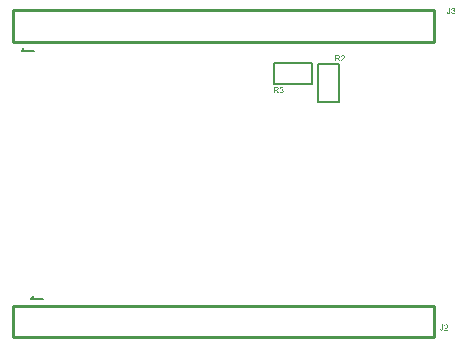
<source format=gbo>
G04*
G04 #@! TF.GenerationSoftware,Altium Limited,Altium Designer,24.5.2 (23)*
G04*
G04 Layer_Color=32896*
%FSLAX44Y44*%
%MOMM*%
G71*
G04*
G04 #@! TF.SameCoordinates,52CA54B2-E9F7-45E4-B012-8A7E883E60BD*
G04*
G04*
G04 #@! TF.FilePolarity,Positive*
G04*
G01*
G75*
%ADD10C,0.2540*%
%ADD11C,0.2000*%
%ADD12C,0.1500*%
G36*
X413563Y223641D02*
X413660Y223626D01*
X413780Y223604D01*
X413915Y223566D01*
X414050Y223521D01*
X414184Y223461D01*
X414192D01*
X414199Y223454D01*
X414244Y223431D01*
X414312Y223386D01*
X414387Y223334D01*
X414477Y223259D01*
X414567Y223177D01*
X414657Y223079D01*
X414731Y222967D01*
X414739Y222952D01*
X414762Y222915D01*
X414791Y222847D01*
X414829Y222765D01*
X414866Y222667D01*
X414896Y222555D01*
X414919Y222427D01*
X414926Y222300D01*
Y222285D01*
Y222240D01*
X414919Y222180D01*
X414904Y222098D01*
X414881Y222000D01*
X414844Y221895D01*
X414799Y221791D01*
X414739Y221686D01*
X414731Y221671D01*
X414709Y221641D01*
X414664Y221588D01*
X414604Y221528D01*
X414529Y221461D01*
X414439Y221386D01*
X414334Y221318D01*
X414207Y221251D01*
X414215D01*
X414230Y221243D01*
X414252Y221236D01*
X414282Y221229D01*
X414364Y221199D01*
X414469Y221154D01*
X414589Y221094D01*
X414709Y221019D01*
X414821Y220921D01*
X414926Y220809D01*
X414934Y220794D01*
X414964Y220749D01*
X415009Y220674D01*
X415054Y220577D01*
X415099Y220457D01*
X415144Y220314D01*
X415174Y220149D01*
X415181Y219970D01*
Y219962D01*
Y219940D01*
Y219902D01*
X415174Y219857D01*
X415166Y219797D01*
X415151Y219730D01*
X415136Y219655D01*
X415121Y219573D01*
X415061Y219393D01*
X415016Y219295D01*
X414971Y219205D01*
X414911Y219108D01*
X414844Y219011D01*
X414769Y218913D01*
X414679Y218823D01*
X414672Y218816D01*
X414657Y218801D01*
X414627Y218778D01*
X414589Y218748D01*
X414544Y218711D01*
X414484Y218673D01*
X414417Y218629D01*
X414334Y218591D01*
X414252Y218546D01*
X414155Y218501D01*
X414057Y218464D01*
X413945Y218426D01*
X413825Y218396D01*
X413698Y218374D01*
X413570Y218359D01*
X413428Y218351D01*
X413360D01*
X413315Y218359D01*
X413255Y218366D01*
X413188Y218374D01*
X413113Y218389D01*
X413031Y218404D01*
X412851Y218449D01*
X412663Y218524D01*
X412566Y218568D01*
X412476Y218621D01*
X412386Y218688D01*
X412296Y218756D01*
X412289Y218763D01*
X412274Y218778D01*
X412251Y218801D01*
X412229Y218831D01*
X412191Y218868D01*
X412154Y218921D01*
X412109Y218973D01*
X412064Y219041D01*
X412019Y219116D01*
X411974Y219190D01*
X411892Y219370D01*
X411824Y219580D01*
X411802Y219692D01*
X411787Y219812D01*
X412424Y219895D01*
Y219887D01*
X412431Y219872D01*
X412439Y219842D01*
X412446Y219805D01*
X412454Y219760D01*
X412469Y219708D01*
X412506Y219595D01*
X412559Y219460D01*
X412626Y219333D01*
X412701Y219213D01*
X412791Y219108D01*
X412806Y219100D01*
X412836Y219071D01*
X412896Y219033D01*
X412971Y218996D01*
X413061Y218951D01*
X413173Y218913D01*
X413300Y218883D01*
X413435Y218876D01*
X413480D01*
X413510Y218883D01*
X413593Y218891D01*
X413698Y218913D01*
X413817Y218951D01*
X413945Y219003D01*
X414072Y219078D01*
X414192Y219183D01*
X414207Y219198D01*
X414244Y219243D01*
X414289Y219310D01*
X414349Y219400D01*
X414409Y219513D01*
X414454Y219640D01*
X414492Y219790D01*
X414507Y219955D01*
Y219962D01*
Y219977D01*
Y220000D01*
X414499Y220030D01*
X414492Y220112D01*
X414469Y220210D01*
X414439Y220329D01*
X414387Y220449D01*
X414312Y220569D01*
X414215Y220681D01*
X414199Y220697D01*
X414162Y220727D01*
X414102Y220772D01*
X414020Y220824D01*
X413915Y220876D01*
X413787Y220921D01*
X413645Y220951D01*
X413488Y220966D01*
X413420D01*
X413368Y220959D01*
X413300Y220951D01*
X413225Y220936D01*
X413135Y220921D01*
X413038Y220899D01*
X413113Y221461D01*
X413150D01*
X413181Y221453D01*
X413278D01*
X413360Y221468D01*
X413458Y221483D01*
X413570Y221506D01*
X413698Y221543D01*
X413817Y221596D01*
X413945Y221663D01*
X413952D01*
X413960Y221671D01*
X413997Y221701D01*
X414050Y221753D01*
X414110Y221821D01*
X414170Y221918D01*
X414222Y222030D01*
X414259Y222158D01*
X414274Y222233D01*
Y222315D01*
Y222323D01*
Y222330D01*
Y222375D01*
X414259Y222435D01*
X414244Y222517D01*
X414215Y222607D01*
X414177Y222705D01*
X414117Y222802D01*
X414035Y222892D01*
X414027Y222899D01*
X413990Y222929D01*
X413937Y222967D01*
X413870Y223012D01*
X413780Y223049D01*
X413675Y223087D01*
X413555Y223117D01*
X413420Y223124D01*
X413360D01*
X413293Y223109D01*
X413203Y223094D01*
X413106Y223064D01*
X413008Y223027D01*
X412903Y222967D01*
X412806Y222892D01*
X412798Y222885D01*
X412768Y222847D01*
X412723Y222795D01*
X412671Y222720D01*
X412618Y222622D01*
X412566Y222502D01*
X412521Y222360D01*
X412491Y222195D01*
X411854Y222307D01*
Y222315D01*
X411862Y222337D01*
X411869Y222367D01*
X411877Y222412D01*
X411892Y222465D01*
X411914Y222525D01*
X411959Y222667D01*
X412034Y222832D01*
X412124Y222997D01*
X412236Y223154D01*
X412379Y223297D01*
X412386Y223304D01*
X412401Y223312D01*
X412424Y223327D01*
X412454Y223349D01*
X412491Y223379D01*
X412543Y223409D01*
X412596Y223439D01*
X412663Y223476D01*
X412813Y223536D01*
X412986Y223596D01*
X413188Y223634D01*
X413293Y223649D01*
X413480D01*
X413563Y223641D01*
D02*
G37*
G36*
X409284Y223619D02*
X409352D01*
X409509Y223611D01*
X409674Y223589D01*
X409854Y223566D01*
X410018Y223529D01*
X410101Y223506D01*
X410168Y223484D01*
X410176D01*
X410183Y223476D01*
X410228Y223454D01*
X410296Y223424D01*
X410378Y223372D01*
X410468Y223304D01*
X410565Y223214D01*
X410655Y223109D01*
X410745Y222989D01*
Y222982D01*
X410753Y222974D01*
X410783Y222929D01*
X410813Y222854D01*
X410858Y222757D01*
X410895Y222645D01*
X410933Y222510D01*
X410955Y222367D01*
X410962Y222210D01*
Y222203D01*
Y222188D01*
Y222158D01*
X410955Y222120D01*
Y222068D01*
X410947Y222015D01*
X410918Y221888D01*
X410873Y221738D01*
X410813Y221581D01*
X410723Y221423D01*
X410663Y221348D01*
X410603Y221273D01*
X410595Y221266D01*
X410588Y221259D01*
X410565Y221236D01*
X410535Y221214D01*
X410498Y221184D01*
X410453Y221154D01*
X410393Y221116D01*
X410333Y221071D01*
X410258Y221034D01*
X410176Y220996D01*
X410086Y220951D01*
X409988Y220914D01*
X409876Y220884D01*
X409764Y220846D01*
X409636Y220824D01*
X409501Y220801D01*
X409516Y220794D01*
X409546Y220779D01*
X409591Y220749D01*
X409651Y220719D01*
X409786Y220637D01*
X409854Y220584D01*
X409913Y220539D01*
X409929Y220524D01*
X409966Y220487D01*
X410026Y220427D01*
X410101Y220352D01*
X410183Y220247D01*
X410281Y220135D01*
X410378Y220000D01*
X410483Y219850D01*
X411375Y218441D01*
X410520D01*
X409839Y219520D01*
Y219528D01*
X409824Y219543D01*
X409809Y219565D01*
X409786Y219595D01*
X409734Y219678D01*
X409666Y219782D01*
X409584Y219895D01*
X409501Y220015D01*
X409419Y220127D01*
X409344Y220232D01*
X409337Y220240D01*
X409314Y220269D01*
X409277Y220314D01*
X409224Y220367D01*
X409112Y220479D01*
X409052Y220532D01*
X408992Y220577D01*
X408984Y220584D01*
X408969Y220592D01*
X408939Y220607D01*
X408895Y220629D01*
X408849Y220652D01*
X408797Y220674D01*
X408677Y220711D01*
X408670D01*
X408655Y220719D01*
X408625D01*
X408587Y220727D01*
X408535Y220734D01*
X408475D01*
X408392Y220742D01*
X407508D01*
Y218441D01*
X406819D01*
Y223626D01*
X409224D01*
X409284Y223619D01*
D02*
G37*
G36*
X465649Y250596D02*
X465709Y250589D01*
X465784Y250581D01*
X465866Y250566D01*
X465948Y250551D01*
X466143Y250499D01*
X466338Y250424D01*
X466436Y250379D01*
X466533Y250327D01*
X466623Y250259D01*
X466705Y250184D01*
X466713Y250177D01*
X466728Y250169D01*
X466743Y250139D01*
X466773Y250109D01*
X466810Y250072D01*
X466848Y250019D01*
X466885Y249967D01*
X466930Y249900D01*
X467005Y249757D01*
X467080Y249577D01*
X467110Y249487D01*
X467125Y249382D01*
X467140Y249278D01*
X467147Y249165D01*
Y249150D01*
Y249113D01*
X467140Y249053D01*
X467132Y248970D01*
X467117Y248881D01*
X467087Y248776D01*
X467057Y248663D01*
X467012Y248551D01*
X467005Y248536D01*
X466990Y248498D01*
X466960Y248438D01*
X466915Y248356D01*
X466855Y248266D01*
X466780Y248154D01*
X466690Y248041D01*
X466585Y247914D01*
X466570Y247899D01*
X466533Y247854D01*
X466496Y247816D01*
X466458Y247779D01*
X466413Y247734D01*
X466353Y247674D01*
X466293Y247614D01*
X466218Y247547D01*
X466143Y247472D01*
X466053Y247389D01*
X465956Y247307D01*
X465851Y247209D01*
X465731Y247112D01*
X465611Y247007D01*
X465604Y247000D01*
X465589Y246985D01*
X465559Y246962D01*
X465521Y246932D01*
X465476Y246887D01*
X465424Y246842D01*
X465304Y246745D01*
X465177Y246633D01*
X465057Y246520D01*
X464952Y246423D01*
X464907Y246385D01*
X464869Y246348D01*
X464862Y246340D01*
X464840Y246318D01*
X464810Y246288D01*
X464772Y246243D01*
X464735Y246190D01*
X464690Y246138D01*
X464600Y246011D01*
X467155D01*
Y245396D01*
X463716D01*
Y245404D01*
Y245434D01*
Y245479D01*
X463723Y245539D01*
X463731Y245606D01*
X463746Y245681D01*
X463760Y245756D01*
X463791Y245838D01*
Y245846D01*
X463798Y245853D01*
X463813Y245898D01*
X463843Y245966D01*
X463888Y246056D01*
X463948Y246161D01*
X464023Y246280D01*
X464105Y246400D01*
X464210Y246528D01*
Y246535D01*
X464225Y246543D01*
X464263Y246588D01*
X464330Y246655D01*
X464427Y246752D01*
X464540Y246865D01*
X464682Y247000D01*
X464855Y247150D01*
X465042Y247307D01*
X465049Y247314D01*
X465079Y247337D01*
X465124Y247374D01*
X465177Y247419D01*
X465244Y247479D01*
X465327Y247547D01*
X465409Y247622D01*
X465506Y247704D01*
X465694Y247884D01*
X465881Y248064D01*
X465971Y248154D01*
X466053Y248244D01*
X466128Y248326D01*
X466188Y248408D01*
Y248416D01*
X466203Y248423D01*
X466218Y248446D01*
X466233Y248476D01*
X466286Y248558D01*
X466346Y248656D01*
X466398Y248776D01*
X466451Y248903D01*
X466480Y249045D01*
X466496Y249180D01*
Y249188D01*
Y249195D01*
X466488Y249240D01*
X466480Y249315D01*
X466458Y249398D01*
X466428Y249502D01*
X466376Y249607D01*
X466308Y249712D01*
X466218Y249817D01*
X466203Y249832D01*
X466166Y249862D01*
X466113Y249900D01*
X466031Y249952D01*
X465926Y249997D01*
X465806Y250042D01*
X465664Y250072D01*
X465506Y250079D01*
X465462D01*
X465432Y250072D01*
X465342Y250064D01*
X465237Y250042D01*
X465124Y250012D01*
X464997Y249959D01*
X464877Y249892D01*
X464765Y249802D01*
X464750Y249787D01*
X464720Y249750D01*
X464675Y249690D01*
X464630Y249600D01*
X464577Y249495D01*
X464532Y249360D01*
X464502Y249210D01*
X464487Y249038D01*
X463835Y249105D01*
Y249113D01*
X463843Y249135D01*
Y249173D01*
X463851Y249225D01*
X463865Y249285D01*
X463880Y249352D01*
X463903Y249435D01*
X463925Y249517D01*
X463985Y249697D01*
X464075Y249877D01*
X464128Y249967D01*
X464195Y250057D01*
X464263Y250139D01*
X464338Y250214D01*
X464345Y250222D01*
X464360Y250229D01*
X464383Y250252D01*
X464420Y250274D01*
X464465Y250304D01*
X464517Y250334D01*
X464577Y250372D01*
X464652Y250409D01*
X464735Y250446D01*
X464824Y250484D01*
X464922Y250514D01*
X465027Y250544D01*
X465139Y250566D01*
X465259Y250589D01*
X465387Y250596D01*
X465521Y250604D01*
X465596D01*
X465649Y250596D01*
D02*
G37*
G36*
X461310Y250574D02*
X461378D01*
X461535Y250566D01*
X461700Y250544D01*
X461880Y250521D01*
X462045Y250484D01*
X462127Y250462D01*
X462195Y250439D01*
X462202D01*
X462210Y250431D01*
X462254Y250409D01*
X462322Y250379D01*
X462404Y250327D01*
X462494Y250259D01*
X462592Y250169D01*
X462682Y250064D01*
X462771Y249944D01*
Y249937D01*
X462779Y249930D01*
X462809Y249884D01*
X462839Y249810D01*
X462884Y249712D01*
X462921Y249600D01*
X462959Y249465D01*
X462981Y249322D01*
X462989Y249165D01*
Y249158D01*
Y249143D01*
Y249113D01*
X462981Y249075D01*
Y249023D01*
X462974Y248970D01*
X462944Y248843D01*
X462899Y248693D01*
X462839Y248536D01*
X462749Y248378D01*
X462689Y248304D01*
X462629Y248229D01*
X462622Y248221D01*
X462614Y248214D01*
X462592Y248191D01*
X462562Y248169D01*
X462524Y248139D01*
X462479Y248109D01*
X462419Y248071D01*
X462359Y248026D01*
X462284Y247989D01*
X462202Y247951D01*
X462112Y247906D01*
X462015Y247869D01*
X461902Y247839D01*
X461790Y247801D01*
X461662Y247779D01*
X461528Y247757D01*
X461543Y247749D01*
X461573Y247734D01*
X461618Y247704D01*
X461678Y247674D01*
X461812Y247592D01*
X461880Y247539D01*
X461940Y247494D01*
X461955Y247479D01*
X461992Y247442D01*
X462052Y247382D01*
X462127Y247307D01*
X462210Y247202D01*
X462307Y247090D01*
X462404Y246955D01*
X462509Y246805D01*
X463401Y245396D01*
X462547D01*
X461865Y246475D01*
Y246483D01*
X461850Y246498D01*
X461835Y246520D01*
X461812Y246550D01*
X461760Y246633D01*
X461693Y246737D01*
X461610Y246850D01*
X461528Y246970D01*
X461445Y247082D01*
X461370Y247187D01*
X461363Y247194D01*
X461340Y247225D01*
X461303Y247269D01*
X461250Y247322D01*
X461138Y247434D01*
X461078Y247487D01*
X461018Y247532D01*
X461011Y247539D01*
X460996Y247547D01*
X460966Y247562D01*
X460921Y247584D01*
X460876Y247607D01*
X460823Y247629D01*
X460703Y247667D01*
X460696D01*
X460681Y247674D01*
X460651D01*
X460614Y247682D01*
X460561Y247689D01*
X460501D01*
X460419Y247697D01*
X459534D01*
Y245396D01*
X458845D01*
Y250581D01*
X461250D01*
X461310Y250574D01*
D02*
G37*
G36*
X558941Y290641D02*
X559038Y290626D01*
X559158Y290604D01*
X559293Y290566D01*
X559428Y290521D01*
X559563Y290462D01*
X559570D01*
X559578Y290454D01*
X559623Y290431D01*
X559690Y290387D01*
X559765Y290334D01*
X559855Y290259D01*
X559945Y290177D01*
X560035Y290079D01*
X560110Y289967D01*
X560117Y289952D01*
X560140Y289914D01*
X560169Y289847D01*
X560207Y289765D01*
X560244Y289667D01*
X560274Y289555D01*
X560297Y289427D01*
X560304Y289300D01*
Y289285D01*
Y289240D01*
X560297Y289180D01*
X560282Y289098D01*
X560260Y289000D01*
X560222Y288895D01*
X560177Y288790D01*
X560117Y288686D01*
X560110Y288671D01*
X560087Y288641D01*
X560042Y288588D01*
X559982Y288528D01*
X559907Y288461D01*
X559817Y288386D01*
X559712Y288319D01*
X559585Y288251D01*
X559593D01*
X559608Y288244D01*
X559630Y288236D01*
X559660Y288229D01*
X559742Y288199D01*
X559847Y288154D01*
X559967Y288094D01*
X560087Y288019D01*
X560200Y287921D01*
X560304Y287809D01*
X560312Y287794D01*
X560342Y287749D01*
X560387Y287674D01*
X560432Y287577D01*
X560477Y287457D01*
X560522Y287314D01*
X560552Y287150D01*
X560559Y286970D01*
Y286962D01*
Y286940D01*
Y286902D01*
X560552Y286857D01*
X560544Y286797D01*
X560529Y286730D01*
X560514Y286655D01*
X560499Y286573D01*
X560439Y286393D01*
X560394Y286295D01*
X560349Y286205D01*
X560289Y286108D01*
X560222Y286011D01*
X560147Y285913D01*
X560057Y285823D01*
X560050Y285816D01*
X560035Y285801D01*
X560005Y285778D01*
X559967Y285748D01*
X559922Y285711D01*
X559862Y285673D01*
X559795Y285629D01*
X559712Y285591D01*
X559630Y285546D01*
X559533Y285501D01*
X559435Y285464D01*
X559323Y285426D01*
X559203Y285396D01*
X559076Y285374D01*
X558948Y285359D01*
X558806Y285351D01*
X558738D01*
X558693Y285359D01*
X558633Y285366D01*
X558566Y285374D01*
X558491Y285389D01*
X558409Y285404D01*
X558229Y285449D01*
X558041Y285524D01*
X557944Y285569D01*
X557854Y285621D01*
X557764Y285688D01*
X557674Y285756D01*
X557667Y285763D01*
X557652Y285778D01*
X557629Y285801D01*
X557607Y285831D01*
X557570Y285868D01*
X557532Y285921D01*
X557487Y285973D01*
X557442Y286041D01*
X557397Y286115D01*
X557352Y286190D01*
X557270Y286370D01*
X557202Y286580D01*
X557180Y286693D01*
X557165Y286812D01*
X557802Y286895D01*
Y286887D01*
X557809Y286872D01*
X557817Y286842D01*
X557824Y286805D01*
X557832Y286760D01*
X557847Y286707D01*
X557884Y286595D01*
X557937Y286460D01*
X558004Y286333D01*
X558079Y286213D01*
X558169Y286108D01*
X558184Y286101D01*
X558214Y286071D01*
X558274Y286033D01*
X558349Y285996D01*
X558439Y285951D01*
X558551Y285913D01*
X558678Y285883D01*
X558813Y285876D01*
X558858D01*
X558888Y285883D01*
X558971Y285891D01*
X559076Y285913D01*
X559196Y285951D01*
X559323Y286003D01*
X559450Y286078D01*
X559570Y286183D01*
X559585Y286198D01*
X559623Y286243D01*
X559668Y286310D01*
X559728Y286400D01*
X559787Y286513D01*
X559832Y286640D01*
X559870Y286790D01*
X559885Y286955D01*
Y286962D01*
Y286977D01*
Y287000D01*
X559877Y287030D01*
X559870Y287112D01*
X559847Y287209D01*
X559817Y287329D01*
X559765Y287449D01*
X559690Y287569D01*
X559593Y287682D01*
X559578Y287697D01*
X559540Y287726D01*
X559480Y287771D01*
X559398Y287824D01*
X559293Y287876D01*
X559165Y287921D01*
X559023Y287951D01*
X558866Y287966D01*
X558798D01*
X558746Y287959D01*
X558678Y287951D01*
X558604Y287936D01*
X558514Y287921D01*
X558416Y287899D01*
X558491Y288461D01*
X558529D01*
X558559Y288453D01*
X558656D01*
X558738Y288468D01*
X558836Y288483D01*
X558948Y288506D01*
X559076Y288543D01*
X559196Y288596D01*
X559323Y288663D01*
X559330D01*
X559338Y288671D01*
X559375Y288701D01*
X559428Y288753D01*
X559488Y288820D01*
X559548Y288918D01*
X559600Y289030D01*
X559637Y289158D01*
X559652Y289233D01*
Y289315D01*
Y289322D01*
Y289330D01*
Y289375D01*
X559637Y289435D01*
X559623Y289517D01*
X559593Y289607D01*
X559555Y289705D01*
X559495Y289802D01*
X559413Y289892D01*
X559405Y289900D01*
X559368Y289930D01*
X559315Y289967D01*
X559248Y290012D01*
X559158Y290049D01*
X559053Y290087D01*
X558933Y290117D01*
X558798Y290124D01*
X558738D01*
X558671Y290109D01*
X558581Y290094D01*
X558484Y290064D01*
X558386Y290027D01*
X558281Y289967D01*
X558184Y289892D01*
X558176Y289884D01*
X558146Y289847D01*
X558102Y289795D01*
X558049Y289720D01*
X557997Y289622D01*
X557944Y289502D01*
X557899Y289360D01*
X557869Y289195D01*
X557232Y289307D01*
Y289315D01*
X557240Y289338D01*
X557247Y289368D01*
X557255Y289412D01*
X557270Y289465D01*
X557292Y289525D01*
X557337Y289667D01*
X557412Y289832D01*
X557502Y289997D01*
X557614Y290154D01*
X557757Y290297D01*
X557764Y290304D01*
X557779Y290312D01*
X557802Y290327D01*
X557832Y290349D01*
X557869Y290379D01*
X557922Y290409D01*
X557974Y290439D01*
X558041Y290476D01*
X558191Y290536D01*
X558364Y290596D01*
X558566Y290634D01*
X558671Y290649D01*
X558858D01*
X558941Y290641D01*
D02*
G37*
G36*
X556296Y287090D02*
Y287082D01*
Y287060D01*
Y287030D01*
Y286985D01*
X556288Y286925D01*
Y286865D01*
X556273Y286723D01*
X556258Y286558D01*
X556228Y286385D01*
X556183Y286228D01*
X556131Y286078D01*
Y286071D01*
X556123Y286063D01*
X556101Y286018D01*
X556063Y285958D01*
X556011Y285876D01*
X555936Y285793D01*
X555854Y285703D01*
X555749Y285613D01*
X555629Y285539D01*
X555614Y285531D01*
X555569Y285509D01*
X555501Y285479D01*
X555404Y285449D01*
X555284Y285411D01*
X555149Y285381D01*
X554999Y285359D01*
X554835Y285351D01*
X554767D01*
X554722Y285359D01*
X554662Y285366D01*
X554602Y285374D01*
X554445Y285404D01*
X554280Y285449D01*
X554108Y285516D01*
X554018Y285561D01*
X553935Y285613D01*
X553860Y285673D01*
X553786Y285741D01*
X553778Y285748D01*
X553770Y285756D01*
X553755Y285786D01*
X553733Y285816D01*
X553703Y285853D01*
X553673Y285906D01*
X553643Y285966D01*
X553606Y286033D01*
X553576Y286108D01*
X553546Y286198D01*
X553516Y286288D01*
X553486Y286393D01*
X553471Y286505D01*
X553448Y286632D01*
X553441Y286760D01*
Y286902D01*
X554063Y286992D01*
Y286985D01*
Y286970D01*
Y286940D01*
X554070Y286895D01*
X554078Y286850D01*
Y286797D01*
X554100Y286670D01*
X554123Y286535D01*
X554168Y286400D01*
X554213Y286280D01*
X554243Y286228D01*
X554280Y286183D01*
X554287Y286175D01*
X554318Y286153D01*
X554362Y286115D01*
X554422Y286078D01*
X554505Y286033D01*
X554595Y286003D01*
X554707Y285973D01*
X554827Y285966D01*
X554872D01*
X554917Y285973D01*
X554984Y285981D01*
X555052Y285996D01*
X555127Y286011D01*
X555202Y286041D01*
X555277Y286078D01*
X555284Y286086D01*
X555307Y286101D01*
X555337Y286131D01*
X555382Y286161D01*
X555419Y286213D01*
X555464Y286265D01*
X555501Y286325D01*
X555531Y286400D01*
Y286408D01*
X555546Y286438D01*
X555554Y286490D01*
X555569Y286558D01*
X555584Y286647D01*
X555591Y286760D01*
X555606Y286895D01*
Y287052D01*
Y290626D01*
X556296D01*
Y287090D01*
D02*
G37*
G36*
X550322Y19090D02*
Y19082D01*
Y19060D01*
Y19030D01*
Y18985D01*
X550314Y18925D01*
Y18865D01*
X550299Y18722D01*
X550284Y18558D01*
X550254Y18385D01*
X550210Y18228D01*
X550157Y18078D01*
Y18071D01*
X550149Y18063D01*
X550127Y18018D01*
X550090Y17958D01*
X550037Y17876D01*
X549962Y17793D01*
X549880Y17703D01*
X549775Y17614D01*
X549655Y17539D01*
X549640Y17531D01*
X549595Y17509D01*
X549528Y17479D01*
X549430Y17449D01*
X549310Y17411D01*
X549175Y17381D01*
X549026Y17359D01*
X548861Y17351D01*
X548793D01*
X548748Y17359D01*
X548688Y17366D01*
X548629Y17374D01*
X548471Y17404D01*
X548306Y17449D01*
X548134Y17516D01*
X548044Y17561D01*
X547962Y17614D01*
X547887Y17673D01*
X547812Y17741D01*
X547804Y17748D01*
X547797Y17756D01*
X547782Y17786D01*
X547759Y17816D01*
X547729Y17853D01*
X547699Y17906D01*
X547669Y17966D01*
X547632Y18033D01*
X547602Y18108D01*
X547572Y18198D01*
X547542Y18288D01*
X547512Y18393D01*
X547497Y18505D01*
X547475Y18633D01*
X547467Y18760D01*
Y18902D01*
X548089Y18992D01*
Y18985D01*
Y18970D01*
Y18940D01*
X548097Y18895D01*
X548104Y18850D01*
Y18797D01*
X548126Y18670D01*
X548149Y18535D01*
X548194Y18400D01*
X548239Y18280D01*
X548269Y18228D01*
X548306Y18183D01*
X548314Y18175D01*
X548344Y18153D01*
X548389Y18116D01*
X548449Y18078D01*
X548531Y18033D01*
X548621Y18003D01*
X548733Y17973D01*
X548853Y17966D01*
X548898D01*
X548943Y17973D01*
X549011Y17981D01*
X549078Y17996D01*
X549153Y18011D01*
X549228Y18041D01*
X549303Y18078D01*
X549310Y18086D01*
X549333Y18101D01*
X549363Y18131D01*
X549408Y18161D01*
X549445Y18213D01*
X549490Y18265D01*
X549528Y18325D01*
X549558Y18400D01*
Y18408D01*
X549573Y18438D01*
X549580Y18490D01*
X549595Y18558D01*
X549610Y18648D01*
X549618Y18760D01*
X549632Y18895D01*
Y19052D01*
Y22626D01*
X550322D01*
Y19090D01*
D02*
G37*
G36*
X553027Y22641D02*
X553087Y22634D01*
X553162Y22626D01*
X553244Y22611D01*
X553327Y22596D01*
X553521Y22544D01*
X553716Y22469D01*
X553814Y22424D01*
X553911Y22372D01*
X554001Y22304D01*
X554083Y22229D01*
X554091Y22222D01*
X554106Y22214D01*
X554121Y22184D01*
X554151Y22154D01*
X554188Y22117D01*
X554226Y22064D01*
X554263Y22012D01*
X554308Y21944D01*
X554383Y21802D01*
X554458Y21622D01*
X554488Y21532D01*
X554503Y21427D01*
X554518Y21323D01*
X554525Y21210D01*
Y21195D01*
Y21158D01*
X554518Y21098D01*
X554510Y21015D01*
X554496Y20925D01*
X554465Y20821D01*
X554436Y20708D01*
X554391Y20596D01*
X554383Y20581D01*
X554368Y20543D01*
X554338Y20483D01*
X554293Y20401D01*
X554233Y20311D01*
X554158Y20199D01*
X554068Y20086D01*
X553964Y19959D01*
X553949Y19944D01*
X553911Y19899D01*
X553874Y19861D01*
X553836Y19824D01*
X553791Y19779D01*
X553731Y19719D01*
X553671Y19659D01*
X553596Y19592D01*
X553521Y19517D01*
X553432Y19434D01*
X553334Y19352D01*
X553229Y19254D01*
X553109Y19157D01*
X552989Y19052D01*
X552982Y19045D01*
X552967Y19030D01*
X552937Y19007D01*
X552900Y18977D01*
X552854Y18932D01*
X552802Y18887D01*
X552682Y18790D01*
X552555Y18678D01*
X552435Y18565D01*
X552330Y18468D01*
X552285Y18430D01*
X552248Y18393D01*
X552240Y18385D01*
X552218Y18363D01*
X552188Y18333D01*
X552150Y18288D01*
X552113Y18235D01*
X552068Y18183D01*
X551978Y18056D01*
X554533D01*
Y17441D01*
X551094D01*
Y17449D01*
Y17479D01*
Y17524D01*
X551101Y17584D01*
X551109Y17651D01*
X551124Y17726D01*
X551139Y17801D01*
X551169Y17883D01*
Y17891D01*
X551176Y17898D01*
X551191Y17943D01*
X551221Y18011D01*
X551266Y18101D01*
X551326Y18205D01*
X551401Y18325D01*
X551483Y18445D01*
X551588Y18573D01*
Y18580D01*
X551603Y18588D01*
X551641Y18633D01*
X551708Y18700D01*
X551805Y18797D01*
X551918Y18910D01*
X552060Y19045D01*
X552233Y19195D01*
X552420Y19352D01*
X552427Y19359D01*
X552457Y19382D01*
X552502Y19419D01*
X552555Y19464D01*
X552622Y19524D01*
X552705Y19592D01*
X552787Y19667D01*
X552884Y19749D01*
X553072Y19929D01*
X553259Y20109D01*
X553349Y20199D01*
X553432Y20289D01*
X553506Y20371D01*
X553566Y20453D01*
Y20461D01*
X553581Y20468D01*
X553596Y20491D01*
X553611Y20521D01*
X553664Y20603D01*
X553724Y20701D01*
X553776Y20821D01*
X553829Y20948D01*
X553859Y21090D01*
X553874Y21225D01*
Y21233D01*
Y21240D01*
X553866Y21285D01*
X553859Y21360D01*
X553836Y21442D01*
X553806Y21547D01*
X553754Y21652D01*
X553686Y21757D01*
X553596Y21862D01*
X553581Y21877D01*
X553544Y21907D01*
X553491Y21944D01*
X553409Y21997D01*
X553304Y22042D01*
X553184Y22087D01*
X553042Y22117D01*
X552884Y22124D01*
X552840D01*
X552810Y22117D01*
X552720Y22109D01*
X552615Y22087D01*
X552502Y22057D01*
X552375Y22004D01*
X552255Y21937D01*
X552143Y21847D01*
X552128Y21832D01*
X552098Y21795D01*
X552053Y21735D01*
X552008Y21645D01*
X551955Y21540D01*
X551910Y21405D01*
X551880Y21255D01*
X551865Y21083D01*
X551214Y21150D01*
Y21158D01*
X551221Y21180D01*
Y21218D01*
X551228Y21270D01*
X551244Y21330D01*
X551259Y21398D01*
X551281Y21480D01*
X551303Y21562D01*
X551363Y21742D01*
X551453Y21922D01*
X551506Y22012D01*
X551573Y22102D01*
X551641Y22184D01*
X551716Y22259D01*
X551723Y22267D01*
X551738Y22274D01*
X551760Y22297D01*
X551798Y22319D01*
X551843Y22349D01*
X551895Y22379D01*
X551955Y22417D01*
X552030Y22454D01*
X552113Y22491D01*
X552203Y22529D01*
X552300Y22559D01*
X552405Y22589D01*
X552517Y22611D01*
X552637Y22634D01*
X552765Y22641D01*
X552900Y22649D01*
X552974D01*
X553027Y22641D01*
D02*
G37*
%LPC*%
G36*
X409142Y223049D02*
X407508D01*
Y221333D01*
X409052D01*
X409142Y221341D01*
X409247Y221348D01*
X409366Y221356D01*
X409486Y221371D01*
X409606Y221393D01*
X409711Y221423D01*
X409726Y221431D01*
X409756Y221446D01*
X409801Y221468D01*
X409861Y221498D01*
X409929Y221543D01*
X409996Y221596D01*
X410063Y221663D01*
X410116Y221738D01*
X410123Y221746D01*
X410138Y221775D01*
X410161Y221821D01*
X410191Y221880D01*
X410213Y221948D01*
X410236Y222023D01*
X410251Y222113D01*
X410258Y222203D01*
Y222210D01*
Y222218D01*
X410251Y222263D01*
X410243Y222330D01*
X410228Y222420D01*
X410191Y222510D01*
X410146Y222615D01*
X410078Y222712D01*
X409988Y222810D01*
X409973Y222817D01*
X409936Y222847D01*
X409876Y222885D01*
X409779Y222929D01*
X409666Y222974D01*
X409516Y223012D01*
X409344Y223042D01*
X409142Y223049D01*
D02*
G37*
G36*
X461168Y250004D02*
X459534D01*
Y248288D01*
X461078D01*
X461168Y248296D01*
X461273Y248304D01*
X461393Y248311D01*
X461513Y248326D01*
X461632Y248348D01*
X461737Y248378D01*
X461752Y248386D01*
X461782Y248401D01*
X461827Y248423D01*
X461887Y248453D01*
X461955Y248498D01*
X462022Y248551D01*
X462090Y248618D01*
X462142Y248693D01*
X462150Y248701D01*
X462164Y248731D01*
X462187Y248776D01*
X462217Y248836D01*
X462239Y248903D01*
X462262Y248978D01*
X462277Y249068D01*
X462284Y249158D01*
Y249165D01*
Y249173D01*
X462277Y249218D01*
X462269Y249285D01*
X462254Y249375D01*
X462217Y249465D01*
X462172Y249570D01*
X462105Y249667D01*
X462015Y249765D01*
X462000Y249772D01*
X461962Y249802D01*
X461902Y249840D01*
X461805Y249884D01*
X461693Y249930D01*
X461543Y249967D01*
X461370Y249997D01*
X461168Y250004D01*
D02*
G37*
%LPD*%
D10*
X185738Y288462D02*
X542608D01*
Y261792D02*
Y288462D01*
X185738Y261792D02*
X542608D01*
X185738D02*
Y288462D01*
Y38462D02*
X542608D01*
Y11792D02*
Y38462D01*
X185738Y11792D02*
X542608D01*
X185738D02*
Y38462D01*
D11*
X462000Y211000D02*
Y243000D01*
X444000Y211000D02*
X462000D01*
X444000D02*
Y243000D01*
X462000D01*
X407000Y226000D02*
X439000D01*
X407000D02*
Y244000D01*
X439000D01*
Y226000D02*
Y244000D01*
D12*
X195406Y256500D02*
X194930Y255548D01*
X193502Y254120D01*
X203500D01*
X203407Y46500D02*
X202930Y45548D01*
X201502Y44120D01*
X211500D01*
M02*

</source>
